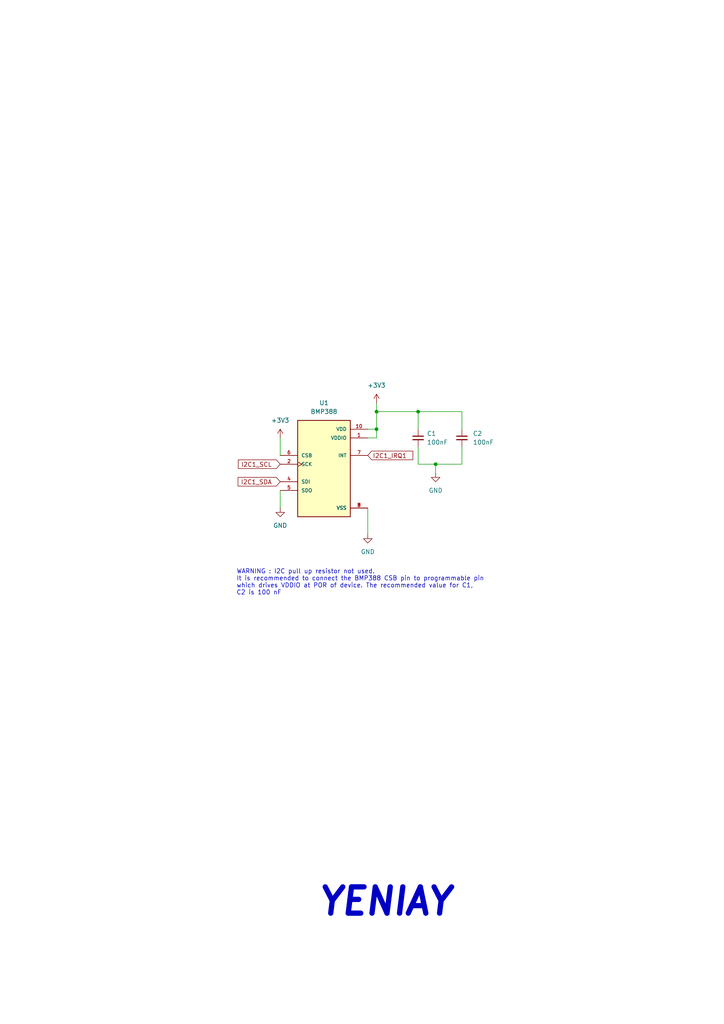
<source format=kicad_sch>
(kicad_sch (version 20231120) (generator "eeschema") (generator_version "8.0")
  (paper "A4" portrait)
  (title_block (title "BMP388") (date "2024-11-19") (rev "Ozan E."))
  (lib_symbols
    (symbol "BMP388:BMP388" (pin_names (offset 1.016))
      (property "Reference" "U" (at -7.6281 15.2562 0))
      (property "Value" "BMP388" (at -7.6268 -15.2536 0))
      (symbol "BMP388_0_0"
        (rectangle (start -7.62 -12.7) (end 7.62 15.24) (stroke (width 0.254)) (fill (type background)))
        (pin power_in line (at 12.7 10.16 180) (length 5.08) (name "VDDIO") (number "1"))
        (pin power_in line (at 12.7 12.7 180) (length 5.08) (name "VDD") (number "10"))
        (pin input clock (at -12.7 2.54 0) (length 5.08) (name "SCK") (number "2"))
        (pin power_in line (at 12.7 -10.16 180) (length 5.08) (name "VSS") (number "3"))
        (pin bidirectional line (at -12.7 -2.54 0) (length 5.08) (name "SDI") (number "4"))
        (pin bidirectional line (at -12.7 -5.08 0) (length 5.08) (name "SDO") (number "5"))
        (pin input line (at -12.7 5.08 0) (length 5.08) (name "CSB") (number "6"))
        (pin output line (at 12.7 5.08 180) (length 5.08) (name "INT") (number "7"))
        (pin power_in line (at 12.7 -10.16 180) (length 5.08) (name "VSS") (number "8"))
        (pin power_in line (at 12.7 -10.16 180) (length 5.08) (name "VSS") (number "9"))
      )
    )
    (symbol "Device:C_Small" (pin_numbers hide) (pin_names (offset 0.254) hide)
      (property "Reference" "C" (at 0.254 1.778 0))
      (property "Value" "C_Small" (at 0.254 -2.032 0))
      (symbol "C_Small_0_1"
        (polyline (pts (xy -1.524 -0.508) (xy 1.524 -0.508)) (stroke (width 0.3302)))
        (polyline (pts (xy -1.524 0.508) (xy 1.524 0.508)) (stroke (width 0.3048)))
      )
      (symbol "C_Small_1_1"
        (pin passive line (at 0 2.54 270) (length 2.032) (name "~") (number "1"))
        (pin passive line (at 0 -2.54 90) (length 2.032) (name "~") (number "2"))
      )
    )
    (symbol "power:+3V3" (power) (pin_numbers hide) (pin_names (offset 0) hide)
      (property "Value" "+3V3" (at 0 3.556 0))
      (symbol "+3V3_0_1"
        (polyline (pts (xy -0.762 1.27) (xy 0 2.54)))
        (polyline (pts (xy 0 0) (xy 0 2.54)))
        (polyline (pts (xy 0 2.54) (xy 0.762 1.27)))
      )
      (symbol "+3V3_1_1"
        (pin power_in line (at 0 0 90) (length 0) (name "~") (number "1"))
      )
    )
    (symbol "power:GND" (power) (pin_numbers hide) (pin_names (offset 0) hide)
      (property "Value" "GND" (at 0 -3.81 0))
      (symbol "GND_0_1"
        (polyline (pts (xy 0 0) (xy 0 -1.27) (xy 1.27 -1.27) (xy 0 -2.54) (xy -1.27 -1.27) (xy 0 -1.27)))
      )
      (symbol "GND_1_1"
        (pin power_in line (at 0 0 270) (length 0) (name "~") (number "1"))
      )
    )
  )
  (junction (at 109.22 119.38))
  (junction (at 121.285 119.38))
  (junction (at 109.22 124.46))
  (junction (at 126.365 134.62))
  (wire (pts (xy 121.285 129.54) (xy 121.285 134.62)))
  (wire (pts (xy 126.365 134.62) (xy 126.365 137.16)))
  (wire (pts (xy 133.985 129.54) (xy 133.985 134.62)))
  (wire (pts (xy 121.285 124.46) (xy 121.285 119.38)))
  (wire (pts (xy 109.22 119.38) (xy 121.285 119.38)))
  (wire (pts (xy 106.68 127) (xy 109.22 127)))
  (wire (pts (xy 126.365 134.62) (xy 133.985 134.62)))
  (wire (pts (xy 109.22 119.38) (xy 109.22 116.84)))
  (wire (pts (xy 121.285 134.62) (xy 126.365 134.62)))
  (wire (pts (xy 81.28 142.24) (xy 81.28 147.32)))
  (wire (pts (xy 106.68 124.46) (xy 109.22 124.46)))
  (wire (pts (xy 81.28 127) (xy 81.28 132.08)))
  (wire (pts (xy 133.985 124.46) (xy 133.985 119.38)))
  (wire (pts (xy 109.22 127) (xy 109.22 124.46)))
  (wire (pts (xy 121.285 119.38) (xy 133.985 119.38)))
  (wire (pts (xy 106.68 147.32) (xy 106.68 154.94)))
  (wire (pts (xy 109.22 124.46) (xy 109.22 119.38)))
  (text "YENIAY" (at 111.76 261.62 0) (effects (font (size 7.62 7.62) (thickness 1.524) (bold yes) (italic yes))))
  (text "WARNING : I2C pull up resistor not used.\nIt is recommended to connect the BMP388 CSB pin to programmable pin\nwhich drives VDDIO at POR of device. The recommended value for C1, \nC2 is 100 nF" (at 68.58 168.91 0) (effects (font (size 1.27 1.27)) (justify left)))
  (global_label "I2C1_IRQ1 " (shape input) (at 106.68 132.08 0) (property "Intersheetrefs" "${INTERSHEET_REFS}" (effects (hide yes))))
  (global_label "I2C1_SCL " (shape input) (at 81.28 134.62 180) (property "Intersheetrefs" "${INTERSHEET_REFS}" (effects (hide yes))))
  (global_label "I2C1_SDA " (shape input) (at 81.28 139.7 180) (property "Intersheetrefs" "${INTERSHEET_REFS}" (effects (hide yes))))
  (symbol (lib_id "power:+3V3") (at 109.22 116.84 0) (unit 1)
    (property "Reference" "#PWR02" (effects (hide yes)))
    (property "Value" "+3V3" (at 109.22 111.76 0))
    (property "Description" "Power symbol creates a global label with name \"+3V3\"" (effects (hide yes)))
  )
  (symbol (lib_id "power:GND") (at 106.68 154.94 0) (unit 1)
    (property "Reference" "#PWR04" (effects (hide yes)))
    (property "Value" "GND" (at 106.68 160.02 0))
    (property "Description" "Power symbol creates a global label with name \"GND\" , ground" (effects (hide yes)))
  )
  (symbol (lib_id "Device:C_Small") (at 133.985 127 0) (unit 1)
    (property "Reference" "C2" (at 137.16 125.7362 0) (effects (justify left)))
    (property "Value" "100nF" (at 137.16 128.2762 0) (effects (justify left)))
    (property "Description" "Unpolarized capacitor, small symbol" (effects (hide yes)))
  )
  (symbol (lib_id "power:GND") (at 81.28 147.32 0) (unit 1)
    (property "Reference" "#PWR01" (effects (hide yes)))
    (property "Value" "GND" (at 81.28 152.4 0))
    (property "Description" "Power symbol creates a global label with name \"GND\" , ground" (effects (hide yes)))
  )
  (symbol (lib_id "Device:C_Small") (at 121.285 127 0) (unit 1)
    (property "Reference" "C1" (at 123.825 125.7362 0) (effects (justify left)))
    (property "Value" "100nF" (at 123.825 128.2762 0) (effects (justify left)))
    (property "Description" "Unpolarized capacitor, small symbol" (effects (hide yes)))
  )
  (symbol (lib_id "BMP388:BMP388") (at 93.98 137.16 0) (unit 1)
    (property "Reference" "U1" (at 93.98 116.84 0))
    (property "Value" "BMP388" (at 93.98 119.38 0))
    (property "Footprint" "BMP388:PQFN50P200X200X80-10N" (effects (hide yes)))
    (property "MF" "Bosch Sensortec" (effects (hide yes)))
    (property "Description_1" "\nPressure Sensor 4.35PSI ~ 18.13PSI (30kPa ~ 125kPa) Absolute - - 10-WFLGA\n" (effects (hide yes)))
    (property "Package" "WFLGA-10 Bosch Tools" (effects (hide yes)))
    (property "Price" "None" (effects (hide yes)))
    (property "Check_prices" "https://www.snapeda.com/parts/BMP388/Bosch+Sensortec/view-part/?ref=eda" (effects (hide yes)))
    (property "STANDARD" "IPC 7351B" (effects (hide yes)))
    (property "PARTREV" "1.1" (effects (hide yes)))
    (property "SnapEDA_Link" "https://www.snapeda.com/parts/BMP388/Bosch+Sensortec/view-part/?ref=snap" (effects (hide yes)))
    (property "MP" "BMP388" (effects (hide yes)))
    (property "Availability" "In Stock" (effects (hide yes)))
    (property "MANUFACTURER" "BOSCH" (effects (hide yes)))
  )
  (symbol (lib_id "power:GND") (at 126.365 137.16 0) (unit 1)
    (property "Reference" "#PWR05" (effects (hide yes)))
    (property "Value" "GND" (at 126.365 142.24 0))
    (property "Description" "Power symbol creates a global label with name \"GND\" , ground" (effects (hide yes)))
  )
  (symbol (lib_id "power:+3V3") (at 81.28 127 0) (unit 1)
    (property "Reference" "#PWR03" (effects (hide yes)))
    (property "Value" "+3V3" (at 81.28 121.92 0))
    (property "Description" "Power symbol creates a global label with name \"+3V3\"" (effects (hide yes)))
  )
)
</source>
